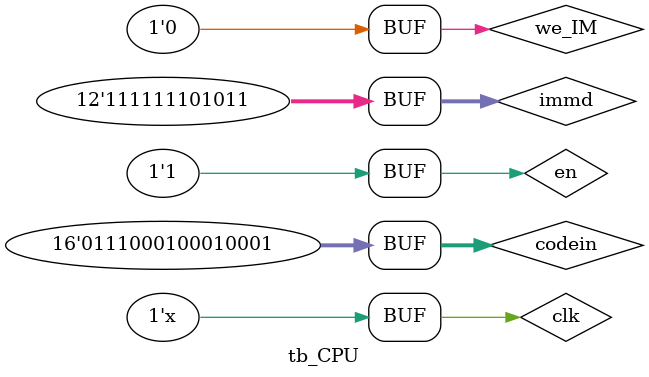
<source format=v>
module CPU(clk, en, we_IM, codein, immd, za, zb, eq, gt, lt);
input clk;
input en;
input we_IM;
input [15:0] codein;
input [11:0] immd;
output za;
output zb;
output eq;
output gt;
output lt;

reg za;
reg zb;
reg eq;
reg gt;
reg lt;

wire [11:0] curradd; wire [15:0] outIMd; wire [11:0] addressd; wire [3:0] opcodeD;
wire loadIRd, loadAd, loadBd, loadCd, moded, we_DMd, selAd, selBd, loadPCd, incPCd;
wire [11:0] execaddd; wire [15:0] dataAoutd; wire [15:0] dataBoutd; wire [31:0] outALUd;
wire [31:0] currdat; wire [31:0] outDMd; wire [31:0] dataCoutd;
wire zad, zbd, eqd, gtd, ltd;


instmem 	a1 (.clk(clk), .we_IM(we_IM), .dataIM(codein), .addIM(curradd), .outIM(outIMd));
insReg 		a2 (.clk(clk), .loadIR(loadIRd), .insin(outIMd), .address(addressd), .opcode(opcodeD));
controller 	a3 (.clk(clk), .en(en), .opcode(opcodeD), .loadA(loadAd), .loadB(loadBd), .loadC(loadCd), .loadIR(loadIRd), .loadPC(loadPCd), .incPC(incPCd), .mode(moded), .we_DM(we_DMd), .selA(selAd), .selB(selBd));
PC 		a4 (.clk(clk), .loadPC(loadPCd), .incPC(incPCd), .address(addressd), .execadd(execaddd));
muxB		a5 (.clk(clk), .in1(execaddd), .in2(immd), .sel(selBd), .outB(curradd));
regA 		a6 (.clk(clk), .loadA(loadAd), .dataAin(outDMd[15:0]), .dataAout(dataAoutd));
regB 		a7 (.clk(clk), .loadB(loadBd), .dataBin(outDMd[31:16]), .dataBout(dataBoutd));
regC		a8 (.clk(clk), .loadC(loadCd), .dataCin(currdat), .dataCout(dataCoutd));
datamem 	a9 (.clk(clk), .we_DM(we_DMd), .dataDM(dataCoutd), .addDM(addressd), .outDM(outDMd));
muxA		b1 (.clk(clk), .in1(outALUd), .in2({4'b0000,immd}), .sel(selAd), .outA(currdat));
ALU 		b2 (.a(dataAoutd), .b(dataBoutd), .opcode(opcodeD[2:0]), .mode(moded), .outALU(outALUd), .za(zad), .zb(zbd), .eq(eqd), .gt(gtd), .lt(ltd));

endmodule


////////////////////////////////////////////////////////////////////////////////////////
///////////	Testbench for the CPU to realise few instructions		///////
//////////////////////////////////////////////////////////////////////////////////////
module tb_CPU();
reg clk;
reg en;
reg we_IM;
reg [15:0] codein;
reg [11:0] immd;
wire Za;
wire Zb;
wire Eq;
wire Gt;
wire Lt;

// Instantiation of Module
//clk, en, we_IM, codein, immd, za, zb, eq, gt, lt
CPU C1 (.clk(clk), .en(en), .we_IM(we_IM), .codein(codein), .immd(immd), .za(Za), .zb(Zb), .eq(Eq), .gt(Gt), .lt(Lt));

// Initialization of signals
initial
begin
	clk = 0;
	en = 0;
	we_IM = 0;
	codein = 16'h0000;
	immd = 16'h0000;
end

// Clock set up
always #10 clk = ~clk;

// Stimulus
initial
begin
	// Idle state to Load state transistion
	#10 en = 1;
	
	#5 we_IM = 1;
	codein = 16'h6001;

	#10 we_IM = 0;

	// Provide first instruction set to start the loadA
	#20 we_IM = 1;
	codein = 16'h4000;

	#10 we_IM = 0;
	
	// Provide enough Delay to ensure the data has been update
	// Wait for some time before doing Load B
	#20 we_IM = 1;
	codein = 16'h5001;

	// Provide enough Delay to ensure the data has been updated
	#10 we_IM = 0;

	// Instruction set for ALU operations
	#20 we_IM = 1;
	codein = 16'h0010;

	#10 we_IM = 0;

	// Instruction set for ALU operations
	#20 we_IM = 1;
	codein = 16'h9020;

	#10 we_IM = 0;

	// Instruction set for ALU operations
	#20 we_IM = 1;
	codein = 16'hE022;

	#10 we_IM = 0;

	// Instruction set for ALU operations
	#20 we_IM = 1;
	codein = 16'hF0780;

	#10 we_IM = 0;

	// Instruction set for ALU operations
	#20 we_IM = 1;
	codein = 16'hD067;

	#10 we_IM = 0;

	// Instruction set for ALU operations
	#20 we_IM = 1;
	codein = 16'h6027;

	#10 we_IM = 0;

	// Instruction set for ALU operations
	#20 we_IM = 1;
	codein = 16'h7021;

	#10 we_IM = 0;

	// Instruction set for ALU operations
	#20 we_IM = 1;
	codein = 16'h8022;

	#10 we_IM = 0;


	// Wait for some time before doing Load C
	

	// For JUMP, we need code input followed by a immedeate address
	#10 we_IM = 1;
	codein = 16'h7111;
	#7 we_IM = 0;
	immd = 12'hFEB;
	
	
end
endmodule 

</source>
